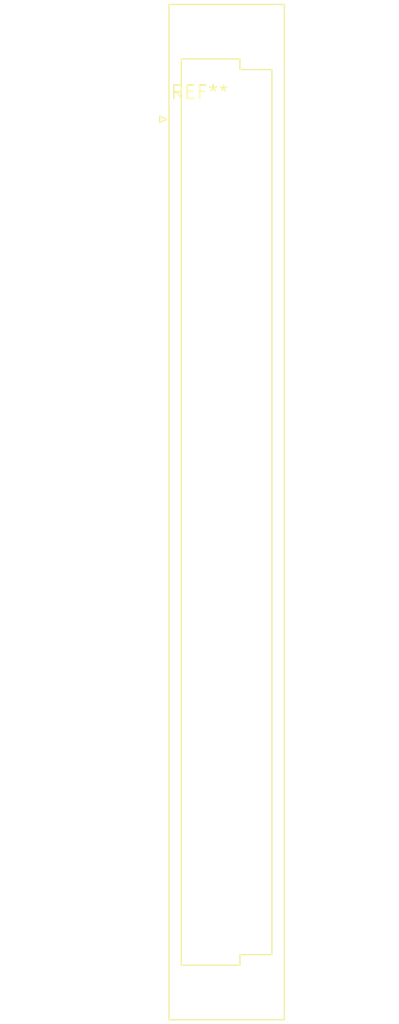
<source format=kicad_pcb>
(kicad_pcb (version 20240108) (generator pcbnew)
  (layers (0 "F.Cu" signal) (31 "B.Cu" signal) (34 "B.Paste" user) (35 "F.Paste" user) (36 "B.SilkS" user "B.Silkscreen") (37 "F.SilkS" user "F.Silkscreen") (38 "B.Mask" user) (39 "F.Mask" user) (44 "Edge.Cuts" user))
  (net 0 "")
  (footprint "DIN41612_C_2x16_Female_Vertical_THT" (layer "F.Cu") (at 0 0)
    (property "Reference" "REF**")
    (property "Value" "DIN41612_C_2x16_Female_Vertical_THT")
    (fp_line (start -3.74 2.24) (end -3.74 2.84) (layer "F.SilkS") (stroke (width 0.12)))
    (fp_line (start -3.74 2.84) (end -3.06 2.54) (layer "F.SilkS") (stroke (width 0.12)))
    (fp_line (start -3.06 2.54) (end -3.74 2.24) (layer "F.SilkS") (stroke (width 0.12)))
    (fp_line (start -2.87 -8.24) (end 7.95 -8.24) (layer "F.SilkS") (stroke (width 0.12)))
    (fp_line (start -2.87 86.98) (end -2.87 -8.24) (layer "F.SilkS") (stroke (width 0.12)))
    (fp_line (start -1.71 -3.131) (end 3.79 -3.131) (layer "F.SilkS") (stroke (width 0.12)))
    (fp_line (start -1.71 81.87) (end -1.71 -3.131) (layer "F.SilkS") (stroke (width 0.12)))
    (fp_line (start 3.79 -3.131) (end 3.79 -2.131) (layer "F.SilkS") (stroke (width 0.12)))
    (fp_line (start 3.79 -2.131) (end 6.79 -2.131) (layer "F.SilkS") (stroke (width 0.12)))
    (fp_line (start 3.79 80.87) (end 3.79 81.87) (layer "F.SilkS") (stroke (width 0.12)))
    (fp_line (start 3.79 81.87) (end -1.71 81.87) (layer "F.SilkS") (stroke (width 0.12)))
    (fp_line (start 6.79 -2.131) (end 6.79 80.87) (layer "F.SilkS") (stroke (width 0.12)))
    (fp_line (start 6.79 80.87) (end 3.79 80.87) (layer "F.SilkS") (stroke (width 0.12)))
    (fp_line (start 7.95 -8.24) (end 7.95 86.98) (layer "F.SilkS") (stroke (width 0.12)))
    (fp_line (start 7.95 86.98) (end -2.87 86.98) (layer "F.SilkS") (stroke (width 0.12)))
    (pad "" np_thru_hole circle (at 2.24 -5.63) (size 2.85 2.85) (drill 2.85) (layers *.Cu *.Mask))
    (pad "" np_thru_hole circle (at 2.24 84.37) (size 2.85 2.85) (drill 2.85) (layers *.Cu *.Mask))
    (pad "a2" thru_hole roundrect (at 0 2.54) (size 1.55 1.55) (drill 1) (layers *.Cu *.Mask) (remove_unused_layers) (roundrect_rratio 0.16129))
    (pad "a4" thru_hole circle (at 0 7.62) (size 1.55 1.55) (drill 1) (layers *.Cu *.Mask) (remove_unused_layers))
    (pad "a6" thru_hole circle (at 0 12.7) (size 1.55 1.55) (drill 1) (layers *.Cu *.Mask) (remove_unused_layers))
    (pad "a8" thru_hole circle (at 0 17.78) (size 1.55 1.55) (drill 1) (layers *.Cu *.Mask) (remove_unused_layers))
    (pad "a10" thru_hole circle (at 0 22.86) (size 1.55 1.55) (drill 1) (layers *.Cu *.Mask) (remove_unused_layers))
    (pad "a12" thru_hole circle (at 0 27.94) (size 1.55 1.55) (drill 1) (layers *.Cu *.Mask) (remove_unused_layers))
    (pad "a14" thru_hole circle (at 0 33.02) (size 1.55 1.55) (drill 1) (layers *.Cu *.Mask) (remove_unused_layers))
    (pad "a16" thru_hole circle (at 0 38.1) (size 1.55 1.55) (drill 1) (layers *.Cu *.Mask) (remove_unused_layers))
    (pad "a18" thru_hole circle (at 0 43.18) (size 1.55 1.55) (drill 1) (layers *.Cu *.Mask) (remove_unused_layers))
    (pad "a20" thru_hole circle (at 0 48.26) (size 1.55 1.55) (drill 1) (layers *.Cu *.Mask) (remove_unused_layers))
    (pad "a22" thru_hole circle (at 0 53.34) (size 1.55 1.55) (drill 1) (layers *.Cu *.Mask) (remove_unused_layers))
    (pad "a24" thru_hole circle (at 0 58.42) (size 1.55 1.55) (drill 1) (layers *.Cu *.Mask) (remove_unused_layers))
    (pad "a26" thru_hole circle (at 0 63.5) (size 1.55 1.55) (drill 1) (layers *.Cu *.Mask) (remove_unused_layers))
    (pad "a28" thru_hole circle (at 0 68.58) (size 1.55 1.55) (drill 1) (layers *.Cu *.Mask) (remove_unused_layers))
    (pad "a30" thru_hole circle (at 0 73.66) (size 1.55 1.55) (drill 1) (layers *.Cu *.Mask) (remove_unused_layers))
    (pad "a32" thru_hole circle (at 0 78.74) (size 1.55 1.55) (drill 1) (layers *.Cu *.Mask) (remove_unused_layers))
    (pad "c2" thru_hole circle (at 5.08 2.54) (size 1.55 1.55) (drill 1) (layers *.Cu *.Mask) (remove_unused_layers))
    (pad "c4" thru_hole circle (at 5.08 7.62) (size 1.55 1.55) (drill 1) (layers *.Cu *.Mask) (remove_unused_layers))
    (pad "c6" thru_hole circle (at 5.08 12.7) (size 1.55 1.55) (drill 1) (layers *.Cu *.Mask) (remove_unused_layers))
    (pad "c8" thru_hole circle (at 5.08 17.78) (size 1.55 1.55) (drill 1) (layers *.Cu *.Mask) (remove_unused_layers))
    (pad "c10" thru_hole circle (at 5.08 22.86) (size 1.55 1.55) (drill 1) (layers *.Cu *.Mask) (remove_unused_layers))
    (pad "c12" thru_hole circle (at 5.08 27.94) (size 1.55 1.55) (drill 1) (layers *.Cu *.Mask) (remove_unused_layers))
    (pad "c14" thru_hole circle (at 5.08 33.02) (size 1.55 1.55) (drill 1) (layers *.Cu *.Mask) (remove_unused_layers))
    (pad "c16" thru_hole circle (at 5.08 38.1) (size 1.55 1.55) (drill 1) (layers *.Cu *.Mask) (remove_unused_layers))
    (pad "c18" thru_hole circle (at 5.08 43.18) (size 1.55 1.55) (drill 1) (layers *.Cu *.Mask) (remove_unused_layers))
    (pad "c20" thru_hole circle (at 5.08 48.26) (size 1.55 1.55) (drill 1) (layers *.Cu *.Mask) (remove_unused_layers))
    (pad "c22" thru_hole circle (at 5.08 53.34) (size 1.55 1.55) (drill 1) (layers *.Cu *.Mask) (remove_unused_layers))
    (pad "c24" thru_hole circle (at 5.08 58.42) (size 1.55 1.55) (drill 1) (layers *.Cu *.Mask) (remove_unused_layers))
    (pad "c26" thru_hole circle (at 5.08 63.5) (size 1.55 1.55) (drill 1) (layers *.Cu *.Mask) (remove_unused_layers))
    (pad "c28" thru_hole circle (at 5.08 68.58) (size 1.55 1.55) (drill 1) (layers *.Cu *.Mask) (remove_unused_layers))
    (pad "c30" thru_hole circle (at 5.08 73.66) (size 1.55 1.55) (drill 1) (layers *.Cu *.Mask) (remove_unused_layers))
    (pad "c32" thru_hole circle (at 5.08 78.74) (size 1.55 1.55) (drill 1) (layers *.Cu *.Mask) (remove_unused_layers))
  )
)
</source>
